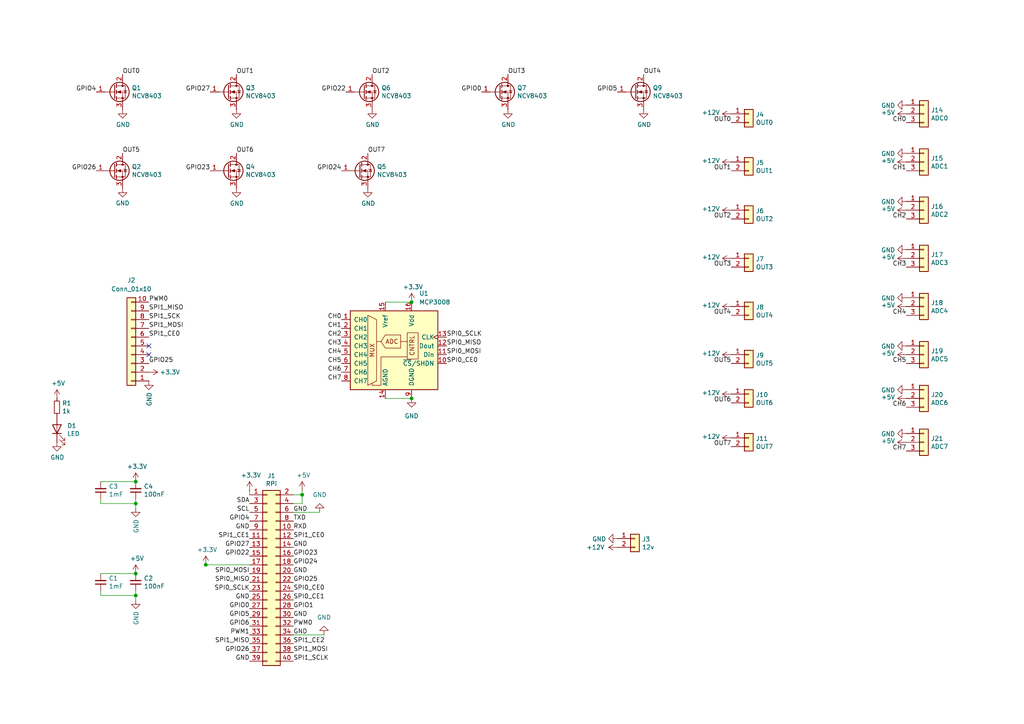
<source format=kicad_sch>
(kicad_sch (version 20231120) (generator "eeschema") (generator_version "8.0")
  (paper "A4")
  (title_block (title "waterpi") (rev "v1") (company "lars@ibp.de"))
  (lib_symbols
    (symbol "Analog_ADC:MCP3008" (pin_names (offset 1.016))
      (property "Reference" "U" (at -5.08 13.335 0))
      (property "Value" "MCP3008" (at -5.08 11.43 0))
      (symbol "MCP3008_0_0"
        (text "ADC" (at -0.635 1.27 0) (effects (font (size 1.27 1.27))))
        (text "CNTRL" (at 5.969 -2.921 900) (effects (font (size 1.27 1.27)) (justify left bottom)))
        (text "MUX" (at -6.35 -1.27 900) (effects (font (size 1.27 1.27))))
      )
      (symbol "MCP3008_0_1"
        (polyline (pts (xy -3.81 1.27) (xy -5.08 1.27)))
        (polyline (pts (xy 1.905 1.27) (xy 3.81 1.27)))
        (polyline (pts (xy -7.62 8.89) (xy -7.62 -11.43) (xy -5.08 -10.16) (xy -5.08 7.62) (xy -7.62 8.89)))
        (polyline (pts (xy 3.81 -3.175) (xy -3.81 -3.175) (xy -3.81 -11.43) (xy -6.35 -11.43) (xy -6.35 -10.795)))
        (polyline (pts (xy 1.905 3.175) (xy 1.905 -0.635) (xy -2.54 -0.635) (xy -3.81 1.27) (xy -2.54 3.175) (xy 1.905 3.175)))
        (rectangle (start 3.81 -3.81) (end 6.985 3.81))
        (rectangle (start 12.7 -12.7) (end -12.7 10.16) (stroke (width 0.254)) (fill (type background)))
      )
      (symbol "MCP3008_1_1"
        (pin input line (at -15.24 7.62 0) (length 2.54) (name "CH0") (number "1"))
        (pin input line (at 15.24 -5.08 180) (length 2.54) (name "~{CS}/SHDN") (number "10"))
        (pin input line (at 15.24 -2.54 180) (length 2.54) (name "Din") (number "11"))
        (pin output line (at 15.24 0 180) (length 2.54) (name "Dout") (number "12"))
        (pin input clock (at 15.24 2.54 180) (length 2.54) (name "CLK") (number "13"))
        (pin power_in line (at -2.54 -15.24 90) (length 2.54) (name "AGND") (number "14"))
        (pin power_in line (at -2.54 12.7 270) (length 2.54) (name "Vref") (number "15"))
        (pin power_in line (at 5.08 12.7 270) (length 2.54) (name "Vdd") (number "16"))
        (pin input line (at -15.24 5.08 0) (length 2.54) (name "CH1") (number "2"))
        (pin input line (at -15.24 2.54 0) (length 2.54) (name "CH2") (number "3"))
        (pin input line (at -15.24 0 0) (length 2.54) (name "CH3") (number "4"))
        (pin input line (at -15.24 -2.54 0) (length 2.54) (name "CH4") (number "5"))
        (pin input line (at -15.24 -5.08 0) (length 2.54) (name "CH5") (number "6"))
        (pin input line (at -15.24 -7.62 0) (length 2.54) (name "CH6") (number "7"))
        (pin input line (at -15.24 -10.16 0) (length 2.54) (name "CH7") (number "8"))
        (pin power_in line (at 5.08 -15.24 90) (length 2.54) (name "DGND") (number "9"))
      )
    )
    (symbol "Connector_Generic:Conn_01x02" (pin_names (offset 1.016) hide)
      (property "Reference" "J" (at 0 2.54 0))
      (property "Value" "Conn_01x02" (at 0 -5.08 0))
      (symbol "Conn_01x02_1_1"
        (rectangle (start -1.27 -2.413) (end 0 -2.667) (stroke (width 0.1524)))
        (rectangle (start -1.27 0.127) (end 0 -0.127) (stroke (width 0.1524)))
        (rectangle (start -1.27 1.27) (end 1.27 -3.81) (stroke (width 0.254)) (fill (type background)))
        (pin passive line (at -5.08 0 0) (length 3.81) (name "Pin_1") (number "1"))
        (pin passive line (at -5.08 -2.54 0) (length 3.81) (name "Pin_2") (number "2"))
      )
    )
    (symbol "Connector_Generic:Conn_01x03" (pin_names (offset 1.016) hide)
      (property "Reference" "J" (at 0 5.08 0))
      (property "Value" "Conn_01x03" (at 0 -5.08 0))
      (symbol "Conn_01x03_1_1"
        (rectangle (start -1.27 -2.413) (end 0 -2.667) (stroke (width 0.1524)))
        (rectangle (start -1.27 0.127) (end 0 -0.127) (stroke (width 0.1524)))
        (rectangle (start -1.27 2.667) (end 0 2.413) (stroke (width 0.1524)))
        (rectangle (start -1.27 3.81) (end 1.27 -3.81) (stroke (width 0.254)) (fill (type background)))
        (pin passive line (at -5.08 2.54 0) (length 3.81) (name "Pin_1") (number "1"))
        (pin passive line (at -5.08 0 0) (length 3.81) (name "Pin_2") (number "2"))
        (pin passive line (at -5.08 -2.54 0) (length 3.81) (name "Pin_3") (number "3"))
      )
    )
    (symbol "Connector_Generic:Conn_01x10" (pin_names (offset 1.016) hide)
      (property "Reference" "J" (at 0 12.7 0))
      (property "Value" "Conn_01x10" (at 0 -15.24 0))
      (symbol "Conn_01x10_1_1"
        (rectangle (start -1.27 -12.573) (end 0 -12.827) (stroke (width 0.1524)))
        (rectangle (start -1.27 -10.033) (end 0 -10.287) (stroke (width 0.1524)))
        (rectangle (start -1.27 -7.493) (end 0 -7.747) (stroke (width 0.1524)))
        (rectangle (start -1.27 -4.953) (end 0 -5.207) (stroke (width 0.1524)))
        (rectangle (start -1.27 -2.413) (end 0 -2.667) (stroke (width 0.1524)))
        (rectangle (start -1.27 0.127) (end 0 -0.127) (stroke (width 0.1524)))
        (rectangle (start -1.27 2.667) (end 0 2.413) (stroke (width 0.1524)))
        (rectangle (start -1.27 5.207) (end 0 4.953) (stroke (width 0.1524)))
        (rectangle (start -1.27 7.747) (end 0 7.493) (stroke (width 0.1524)))
        (rectangle (start -1.27 10.287) (end 0 10.033) (stroke (width 0.1524)))
        (rectangle (start -1.27 11.43) (end 1.27 -13.97) (stroke (width 0.254)) (fill (type background)))
        (pin passive line (at -5.08 10.16 0) (length 3.81) (name "Pin_1") (number "1"))
        (pin passive line (at -5.08 -12.7 0) (length 3.81) (name "Pin_10") (number "10"))
        (pin passive line (at -5.08 7.62 0) (length 3.81) (name "Pin_2") (number "2"))
        (pin passive line (at -5.08 5.08 0) (length 3.81) (name "Pin_3") (number "3"))
        (pin passive line (at -5.08 2.54 0) (length 3.81) (name "Pin_4") (number "4"))
        (pin passive line (at -5.08 0 0) (length 3.81) (name "Pin_5") (number "5"))
        (pin passive line (at -5.08 -2.54 0) (length 3.81) (name "Pin_6") (number "6"))
        (pin passive line (at -5.08 -5.08 0) (length 3.81) (name "Pin_7") (number "7"))
        (pin passive line (at -5.08 -7.62 0) (length 3.81) (name "Pin_8") (number "8"))
        (pin passive line (at -5.08 -10.16 0) (length 3.81) (name "Pin_9") (number "9"))
      )
    )
    (symbol "Connector_Generic:Conn_02x20_Odd_Even" (pin_names (offset 1.016) hide)
      (property "Reference" "J" (at 1.27 25.4 0))
      (property "Value" "Conn_02x20_Odd_Even" (at 1.27 -27.94 0))
      (symbol "Conn_02x20_Odd_Even_1_1"
        (rectangle (start -1.27 -25.273) (end 0 -25.527) (stroke (width 0.1524)))
        (rectangle (start -1.27 -22.733) (end 0 -22.987) (stroke (width 0.1524)))
        (rectangle (start -1.27 -20.193) (end 0 -20.447) (stroke (width 0.1524)))
        (rectangle (start -1.27 -17.653) (end 0 -17.907) (stroke (width 0.1524)))
        (rectangle (start -1.27 -15.113) (end 0 -15.367) (stroke (width 0.1524)))
        (rectangle (start -1.27 -12.573) (end 0 -12.827) (stroke (width 0.1524)))
        (rectangle (start -1.27 -10.033) (end 0 -10.287) (stroke (width 0.1524)))
        (rectangle (start -1.27 -7.493) (end 0 -7.747) (stroke (width 0.1524)))
        (rectangle (start -1.27 -4.953) (end 0 -5.207) (stroke (width 0.1524)))
        (rectangle (start -1.27 -2.413) (end 0 -2.667) (stroke (width 0.1524)))
        (rectangle (start -1.27 0.127) (end 0 -0.127) (stroke (width 0.1524)))
        (rectangle (start -1.27 2.667) (end 0 2.413) (stroke (width 0.1524)))
        (rectangle (start -1.27 5.207) (end 0 4.953) (stroke (width 0.1524)))
        (rectangle (start -1.27 7.747) (end 0 7.493) (stroke (width 0.1524)))
        (rectangle (start -1.27 10.287) (end 0 10.033) (stroke (width 0.1524)))
        (rectangle (start -1.27 12.827) (end 0 12.573) (stroke (width 0.1524)))
        (rectangle (start -1.27 15.367) (end 0 15.113) (stroke (width 0.1524)))
        (rectangle (start -1.27 17.907) (end 0 17.653) (stroke (width 0.1524)))
        (rectangle (start -1.27 20.447) (end 0 20.193) (stroke (width 0.1524)))
        (rectangle (start -1.27 22.987) (end 0 22.733) (stroke (width 0.1524)))
        (rectangle (start -1.27 24.13) (end 3.81 -26.67) (stroke (width 0.254)) (fill (type background)))
        (rectangle (start 3.81 -25.273) (end 2.54 -25.527) (stroke (width 0.1524)))
        (rectangle (start 3.81 -22.733) (end 2.54 -22.987) (stroke (width 0.1524)))
        (rectangle (start 3.81 -20.193) (end 2.54 -20.447) (stroke (width 0.1524)))
        (rectangle (start 3.81 -17.653) (end 2.54 -17.907) (stroke (width 0.1524)))
        (rectangle (start 3.81 -15.113) (end 2.54 -15.367) (stroke (width 0.1524)))
        (rectangle (start 3.81 -12.573) (end 2.54 -12.827) (stroke (width 0.1524)))
        (rectangle (start 3.81 -10.033) (end 2.54 -10.287) (stroke (width 0.1524)))
        (rectangle (start 3.81 -7.493) (end 2.54 -7.747) (stroke (width 0.1524)))
        (rectangle (start 3.81 -4.953) (end 2.54 -5.207) (stroke (width 0.1524)))
        (rectangle (start 3.81 -2.413) (end 2.54 -2.667) (stroke (width 0.1524)))
        (rectangle (start 3.81 0.127) (end 2.54 -0.127) (stroke (width 0.1524)))
        (rectangle (start 3.81 2.667) (end 2.54 2.413) (stroke (width 0.1524)))
        (rectangle (start 3.81 5.207) (end 2.54 4.953) (stroke (width 0.1524)))
        (rectangle (start 3.81 7.747) (end 2.54 7.493) (stroke (width 0.1524)))
        (rectangle (start 3.81 10.287) (end 2.54 10.033) (stroke (width 0.1524)))
        (rectangle (start 3.81 12.827) (end 2.54 12.573) (stroke (width 0.1524)))
        (rectangle (start 3.81 15.367) (end 2.54 15.113) (stroke (width 0.1524)))
        (rectangle (start 3.81 17.907) (end 2.54 17.653) (stroke (width 0.1524)))
        (rectangle (start 3.81 20.447) (end 2.54 20.193) (stroke (width 0.1524)))
        (rectangle (start 3.81 22.987) (end 2.54 22.733) (stroke (width 0.1524)))
        (pin passive line (at -5.08 22.86 0) (length 3.81) (name "Pin_1") (number "1"))
        (pin passive line (at 7.62 12.7 180) (length 3.81) (name "Pin_10") (number "10"))
        (pin passive line (at -5.08 10.16 0) (length 3.81) (name "Pin_11") (number "11"))
        (pin passive line (at 7.62 10.16 180) (length 3.81) (name "Pin_12") (number "12"))
        (pin passive line (at -5.08 7.62 0) (length 3.81) (name "Pin_13") (number "13"))
        (pin passive line (at 7.62 7.62 180) (length 3.81) (name "Pin_14") (number "14"))
        (pin passive line (at -5.08 5.08 0) (length 3.81) (name "Pin_15") (number "15"))
        (pin passive line (at 7.62 5.08 180) (length 3.81) (name "Pin_16") (number "16"))
        (pin passive line (at -5.08 2.54 0) (length 3.81) (name "Pin_17") (number "17"))
        (pin passive line (at 7.62 2.54 180) (length 3.81) (name "Pin_18") (number "18"))
        (pin passive line (at -5.08 0 0) (length 3.81) (name "Pin_19") (number "19"))
        (pin passive line (at 7.62 22.86 180) (length 3.81) (name "Pin_2") (number "2"))
        (pin passive line (at 7.62 0 180) (length 3.81) (name "Pin_20") (number "20"))
        (pin passive line (at -5.08 -2.54 0) (length 3.81) (name "Pin_21") (number "21"))
        (pin passive line (at 7.62 -2.54 180) (length 3.81) (name "Pin_22") (number "22"))
        (pin passive line (at -5.08 -5.08 0) (length 3.81) (name "Pin_23") (number "23"))
        (pin passive line (at 7.62 -5.08 180) (length 3.81) (name "Pin_24") (number "24"))
        (pin passive line (at -5.08 -7.62 0) (length 3.81) (name "Pin_25") (number "25"))
        (pin passive line (at 7.62 -7.62 180) (length 3.81) (name "Pin_26") (number "26"))
        (pin passive line (at -5.08 -10.16 0) (length 3.81) (name "Pin_27") (number "27"))
        (pin passive line (at 7.62 -10.16 180) (length 3.81) (name "Pin_28") (number "28"))
        (pin passive line (at -5.08 -12.7 0) (length 3.81) (name "Pin_29") (number "29"))
        (pin passive line (at -5.08 20.32 0) (length 3.81) (name "Pin_3") (number "3"))
        (pin passive line (at 7.62 -12.7 180) (length 3.81) (name "Pin_30") (number "30"))
        (pin passive line (at -5.08 -15.24 0) (length 3.81) (name "Pin_31") (number "31"))
        (pin passive line (at 7.62 -15.24 180) (length 3.81) (name "Pin_32") (number "32"))
        (pin passive line (at -5.08 -17.78 0) (length 3.81) (name "Pin_33") (number "33"))
        (pin passive line (at 7.62 -17.78 180) (length 3.81) (name "Pin_34") (number "34"))
        (pin passive line (at -5.08 -20.32 0) (length 3.81) (name "Pin_35") (number "35"))
        (pin passive line (at 7.62 -20.32 180) (length 3.81) (name "Pin_36") (number "36"))
        (pin passive line (at -5.08 -22.86 0) (length 3.81) (name "Pin_37") (number "37"))
        (pin passive line (at 7.62 -22.86 180) (length 3.81) (name "Pin_38") (number "38"))
        (pin passive line (at -5.08 -25.4 0) (length 3.81) (name "Pin_39") (number "39"))
        (pin passive line (at 7.62 20.32 180) (length 3.81) (name "Pin_4") (number "4"))
        (pin passive line (at 7.62 -25.4 180) (length 3.81) (name "Pin_40") (number "40"))
        (pin passive line (at -5.08 17.78 0) (length 3.81) (name "Pin_5") (number "5"))
        (pin passive line (at 7.62 17.78 180) (length 3.81) (name "Pin_6") (number "6"))
        (pin passive line (at -5.08 15.24 0) (length 3.81) (name "Pin_7") (number "7"))
        (pin passive line (at 7.62 15.24 180) (length 3.81) (name "Pin_8") (number "8"))
        (pin passive line (at -5.08 12.7 0) (length 3.81) (name "Pin_9") (number "9"))
      )
    )
    (symbol "Device:C_Small" (pin_numbers hide) (pin_names (offset 0.254) hide)
      (property "Reference" "C" (at 0.254 1.778 0))
      (property "Value" "C_Small" (at 0.254 -2.032 0))
      (symbol "C_Small_0_1"
        (polyline (pts (xy -1.524 -0.508) (xy 1.524 -0.508)) (stroke (width 0.3302)))
        (polyline (pts (xy -1.524 0.508) (xy 1.524 0.508)) (stroke (width 0.3048)))
      )
      (symbol "C_Small_1_1"
        (pin passive line (at 0 2.54 270) (length 2.032) (name "~") (number "1"))
        (pin passive line (at 0 -2.54 90) (length 2.032) (name "~") (number "2"))
      )
    )
    (symbol "Device:LED" (pin_numbers hide) (pin_names (offset 1.016) hide)
      (property "Reference" "D" (at 0 2.54 0))
      (property "Value" "LED" (at 0 -2.54 0))
      (symbol "LED_0_1"
        (polyline (pts (xy -1.27 -1.27) (xy -1.27 1.27)) (stroke (width 0.254)))
        (polyline (pts (xy -1.27 0) (xy 1.27 0)))
        (polyline (pts (xy 1.27 -1.27) (xy 1.27 1.27) (xy -1.27 0) (xy 1.27 -1.27)) (stroke (width 0.254)))
        (polyline (pts (xy -3.048 -0.762) (xy -4.572 -2.286) (xy -3.81 -2.286) (xy -4.572 -2.286) (xy -4.572 -1.524)))
        (polyline (pts (xy -1.778 -0.762) (xy -3.302 -2.286) (xy -2.54 -2.286) (xy -3.302 -2.286) (xy -3.302 -1.524)))
      )
      (symbol "LED_1_1"
        (pin passive line (at -3.81 0 0) (length 2.54) (name "K") (number "1"))
        (pin passive line (at 3.81 0 180) (length 2.54) (name "A") (number "2"))
      )
    )
    (symbol "Device:R_Small" (pin_numbers hide) (pin_names (offset 0.254) hide)
      (property "Reference" "R" (at 0.762 0.508 0))
      (property "Value" "R_Small" (at 0.762 -1.016 0))
      (symbol "R_Small_0_1"
        (rectangle (start -0.762 1.778) (end 0.762 -1.778) (stroke (width 0.2032)))
      )
      (symbol "R_Small_1_1"
        (pin passive line (at 0 2.54 270) (length 0.762) (name "~") (number "1"))
        (pin passive line (at 0 -2.54 90) (length 0.762) (name "~") (number "2"))
      )
    )
    (symbol "Transistor_FET:IPD50R3K0CE" (pin_names hide)
      (property "Reference" "Q" (at 5.08 1.905 0))
      (property "Value" "IPD50R3K0CE" (at 5.08 0 0))
      (symbol "IPD50R3K0CE_0_1"
        (polyline (pts (xy 0.254 0) (xy -2.54 0)))
        (polyline (pts (xy 0.254 1.905) (xy 0.254 -1.905)) (stroke (width 0.254)))
        (polyline (pts (xy 0.762 -1.27) (xy 0.762 -2.286)) (stroke (width 0.254)))
        (polyline (pts (xy 0.762 0.508) (xy 0.762 -0.508)) (stroke (width 0.254)))
        (polyline (pts (xy 0.762 2.286) (xy 0.762 1.27)) (stroke (width 0.254)))
        (polyline (pts (xy 2.54 2.54) (xy 2.54 1.778)))
        (polyline (pts (xy 2.54 -2.54) (xy 2.54 0) (xy 0.762 0)))
        (polyline (pts (xy 0.762 -1.778) (xy 3.302 -1.778) (xy 3.302 1.778) (xy 0.762 1.778)))
        (polyline (pts (xy 1.016 0) (xy 2.032 0.381) (xy 2.032 -0.381) (xy 1.016 0)) (fill (type outline)))
        (polyline (pts (xy 2.794 0.508) (xy 2.921 0.381) (xy 3.683 0.381) (xy 3.81 0.254)))
        (polyline (pts (xy 3.302 0.381) (xy 2.921 -0.254) (xy 3.683 -0.254) (xy 3.302 0.381)))
        (circle (center 1.651 0) (radius 2.794) (stroke (width 0.254)))
        (circle (center 2.54 -1.778) (radius 0.254) (fill (type outline)))
        (circle (center 2.54 1.778) (radius 0.254) (fill (type outline)))
      )
      (symbol "IPD50R3K0CE_1_1"
        (pin input line (at -5.08 0 0) (length 2.54) (name "G") (number "1"))
        (pin passive line (at 2.54 5.08 270) (length 2.54) (name "D") (number "2"))
        (pin passive line (at 2.54 -5.08 90) (length 2.54) (name "S") (number "3"))
      )
    )
    (symbol "power:+12V" (power) (pin_numbers hide) (pin_names (offset 0) hide)
      (property "Value" "+12V" (at 0 3.556 0))
      (symbol "+12V_0_1"
        (polyline (pts (xy -0.762 1.27) (xy 0 2.54)))
        (polyline (pts (xy 0 0) (xy 0 2.54)))
        (polyline (pts (xy 0 2.54) (xy 0.762 1.27)))
      )
      (symbol "+12V_1_1"
        (pin power_in line (at 0 0 90) (length 0) (name "~") (number "1"))
      )
    )
    (symbol "power:+3.3V" (power) (pin_numbers hide) (pin_names (offset 0) hide)
      (property "Value" "+3.3V" (at 0 3.556 0))
      (symbol "+3.3V_0_1"
        (polyline (pts (xy -0.762 1.27) (xy 0 2.54)))
        (polyline (pts (xy 0 0) (xy 0 2.54)))
        (polyline (pts (xy 0 2.54) (xy 0.762 1.27)))
      )
      (symbol "+3.3V_1_1"
        (pin power_in line (at 0 0 90) (length 0) (name "~") (number "1"))
      )
    )
    (symbol "power:+5V" (power) (pin_numbers hide) (pin_names (offset 0) hide)
      (property "Value" "+5V" (at 0 3.556 0))
      (symbol "+5V_0_1"
        (polyline (pts (xy -0.762 1.27) (xy 0 2.54)))
        (polyline (pts (xy 0 0) (xy 0 2.54)))
        (polyline (pts (xy 0 2.54) (xy 0.762 1.27)))
      )
      (symbol "+5V_1_1"
        (pin power_in line (at 0 0 90) (length 0) (name "~") (number "1"))
      )
    )
    (symbol "power:GND" (power) (pin_numbers hide) (pin_names (offset 0) hide)
      (property "Value" "GND" (at 0 -3.81 0))
      (symbol "GND_0_1"
        (polyline (pts (xy 0 0) (xy 0 -1.27) (xy 1.27 -1.27) (xy 0 -2.54) (xy -1.27 -1.27) (xy 0 -1.27)))
      )
      (symbol "GND_1_1"
        (pin power_in line (at 0 0 270) (length 0) (name "~") (number "1"))
      )
    )
  )
  (junction (at 119.38 87.63))
  (junction (at 39.37 166.37))
  (junction (at 119.38 115.57))
  (junction (at 39.37 146.05))
  (junction (at 39.37 139.7))
  (junction (at 59.69 163.83))
  (junction (at 87.63 143.51))
  (junction (at 39.37 172.72))
  (no_connect (at 43.18 100.33))
  (no_connect (at 43.18 102.87))
  (wire (pts (xy 39.37 172.72) (xy 39.37 171.45)))
  (wire (pts (xy 29.21 146.05) (xy 39.37 146.05)))
  (wire (pts (xy 85.09 146.05) (xy 87.63 146.05)))
  (wire (pts (xy 87.63 143.51) (xy 87.63 142.24)))
  (wire (pts (xy 29.21 172.72) (xy 29.21 171.45)))
  (wire (pts (xy 39.37 172.72) (xy 39.37 173.99)))
  (wire (pts (xy 87.63 146.05) (xy 87.63 143.51)))
  (wire (pts (xy 111.76 115.57) (xy 119.38 115.57)))
  (wire (pts (xy 29.21 139.7) (xy 39.37 139.7)))
  (wire (pts (xy 39.37 146.05) (xy 39.37 144.78)))
  (wire (pts (xy 85.09 143.51) (xy 87.63 143.51)))
  (wire (pts (xy 59.69 163.83) (xy 59.69 162.56)))
  (wire (pts (xy 85.09 184.15) (xy 93.98 184.15)))
  (wire (pts (xy 85.09 148.59) (xy 92.71 148.59)))
  (wire (pts (xy 111.76 87.63) (xy 119.38 87.63)))
  (wire (pts (xy 72.39 143.51) (xy 72.39 142.24)))
  (wire (pts (xy 29.21 166.37) (xy 39.37 166.37)))
  (wire (pts (xy 29.21 146.05) (xy 29.21 144.78)))
  (wire (pts (xy 72.39 163.83) (xy 59.69 163.83)))
  (wire (pts (xy 39.37 146.05) (xy 39.37 147.32)))
  (wire (pts (xy 29.21 172.72) (xy 39.37 172.72)))
  (label "CH0" (at 99.06 92.71 180))
  (label "SPI0_CE0" (at 129.54 105.41 0))
  (label "SPI0_MOSI" (at 129.54 102.87 0))
  (label "OUT3" (at 147.32 21.59 0))
  (label "GPIO23" (at 85.09 161.29 0))
  (label "OUT5" (at 35.56 44.45 0))
  (label "CH7" (at 99.06 110.49 180))
  (label "CH0" (at 262.89 35.56 180))
  (label "PWM1" (at 72.39 184.15 180))
  (label "GND" (at 72.39 173.99 180))
  (label "GPIO25" (at 85.09 168.91 0))
  (label "OUT7" (at 106.68 44.45 0))
  (label "GPIO26" (at 72.39 189.23 180))
  (label "GPIO0" (at 72.39 176.53 180))
  (label "OUT5" (at 212.09 105.41 180))
  (label "GPIO27" (at 60.96 26.67 180))
  (label "GPIO5" (at 179.07 26.67 180))
  (label "SDA" (at 72.39 146.05 180))
  (label "CH1" (at 99.06 95.25 180))
  (label "CH7" (at 262.89 130.81 180))
  (label "OUT7" (at 212.09 129.54 180))
  (label "GPIO27" (at 72.39 158.75 180))
  (label "SPI1_MISO" (at 72.39 186.69 180))
  (label "SPI0_MISO" (at 72.39 168.91 180))
  (label "CH4" (at 99.06 102.87 180))
  (label "OUT4" (at 186.69 21.59 0))
  (label "OUT2" (at 212.09 63.5 180))
  (label "SPI0_CE1" (at 85.09 173.99 0))
  (label "OUT0" (at 212.09 35.56 180))
  (label "GPIO1" (at 85.09 176.53 0))
  (label "CH1" (at 262.89 49.53 180))
  (label "SPI1_CE0" (at 43.18 97.79 0))
  (label "GPIO25" (at 43.18 105.41 0))
  (label "GPIO22" (at 72.39 161.29 180))
  (label "GPIO5" (at 72.39 179.07 180))
  (label "CH3" (at 262.89 77.47 180))
  (label "GPIO22" (at 100.33 26.67 180))
  (label "PWM0" (at 85.09 181.61 0))
  (label "CH2" (at 99.06 97.79 180))
  (label "CH6" (at 262.89 118.11 180))
  (label "GND" (at 85.09 184.15 0))
  (label "OUT3" (at 212.09 77.47 180))
  (label "SPI1_CE0" (at 85.09 156.21 0))
  (label "SPI1_MOSI" (at 85.09 189.23 0))
  (label "SPI1_SCK" (at 43.18 92.71 0))
  (label "SPI1_MISO" (at 43.18 90.17 0))
  (label "OUT6" (at 68.58 44.45 0))
  (label "GPIO4" (at 27.94 26.67 180))
  (label "OUT1" (at 212.09 49.53 180))
  (label "TXD" (at 85.09 151.13 0))
  (label "OUT4" (at 212.09 91.44 180))
  (label "GPIO26" (at 27.94 49.53 180))
  (label "GPIO0" (at 139.7 26.67 180))
  (label "GND" (at 72.39 191.77 180))
  (label "CH2" (at 262.89 63.5 180))
  (label "OUT1" (at 68.58 21.59 0))
  (label "GND" (at 85.09 179.07 0))
  (label "CH4" (at 262.89 91.44 180))
  (label "OUT2" (at 107.95 21.59 0))
  (label "RXD" (at 85.09 153.67 0))
  (label "SPI1_CE2" (at 85.09 186.69 0))
  (label "OUT6" (at 212.09 116.84 180))
  (label "CH6" (at 99.06 107.95 180))
  (label "PWM0" (at 43.18 87.63 0))
  (label "SPI1_MOSI" (at 43.18 95.25 0))
  (label "SPI1_SCLK" (at 85.09 191.77 0))
  (label "SPI0_MOSI" (at 72.39 166.37 180))
  (label "GPIO4" (at 72.39 151.13 180))
  (label "SPI0_SCLK" (at 72.39 171.45 180))
  (label "GPIO23" (at 60.96 49.53 180))
  (label "GND" (at 85.09 166.37 0))
  (label "SPI0_MISO" (at 129.54 100.33 0))
  (label "CH5" (at 262.89 105.41 180))
  (label "SPI0_CE0" (at 85.09 171.45 0))
  (label "SPI1_CE1" (at 72.39 156.21 180))
  (label "GPIO6" (at 72.39 181.61 180))
  (label "GND" (at 72.39 153.67 180))
  (label "SCL" (at 72.39 148.59 180))
  (label "GND" (at 85.09 148.59 0))
  (label "CH3" (at 99.06 100.33 180))
  (label "GND" (at 85.09 158.75 0))
  (label "OUT0" (at 35.56 21.59 0))
  (label "CH5" (at 99.06 105.41 180))
  (label "GPIO24" (at 99.06 49.53 180))
  (label "SPI0_SCLK" (at 129.54 97.79 0))
  (label "GPIO24" (at 85.09 163.83 0))
  (symbol (lib_id "Device:LED") (at 16.51 124.46 90) (unit 1)
    (property "Reference" "D1" (at 19.4818 123.4948 90) (effects (justify right)))
    (property "Value" "LED" (at 19.4818 125.8062 90) (effects (justify right)))
    (property "Footprint" "LED_SMD:LED_0603_1608Metric_Pad1.05x0.95mm_HandSolder" (effects (hide yes)))
  )
  (symbol (lib_id "power:GND") (at 16.51 128.27 0) (unit 1)
    (property "Reference" "#PWR02" (effects (hide yes)))
    (property "Value" "GND" (at 16.637 132.6642 0))
  )
  (symbol (lib_id "Device:R_Small") (at 16.51 118.11 0) (unit 1)
    (property "Reference" "R1" (at 18.0086 116.9416 0) (effects (justify left)))
    (property "Value" "1k" (at 18.0086 119.253 0) (effects (justify left)))
    (property "Footprint" "Resistor_SMD:R_0603_1608Metric_Pad1.05x0.95mm_HandSolder" (effects (hide yes)))
  )
  (symbol (lib_id "power:GND") (at 68.58 31.75 0) (unit 1)
    (property "Reference" "#PWR08" (effects (hide yes)))
    (property "Value" "GND" (at 68.707 36.1442 0))
  )
  (symbol (lib_id "power:GND") (at 35.56 54.61 0) (unit 1)
    (property "Reference" "#PWR04" (effects (hide yes)))
    (property "Value" "GND" (at 35.56 58.928 0))
  )
  (symbol (lib_id "power:GND") (at 35.56 31.75 0) (unit 1)
    (property "Reference" "#PWR03" (effects (hide yes)))
    (property "Value" "GND" (at 35.687 36.1442 0))
  )
  (symbol (lib_id "power:GND") (at 107.95 31.75 0) (unit 1)
    (property "Reference" "#PWR015" (effects (hide yes)))
    (property "Value" "GND" (at 108.077 36.1442 0))
  )
  (symbol (lib_id "power:GND") (at 147.32 31.75 0) (unit 1)
    (property "Reference" "#PWR018" (effects (hide yes)))
    (property "Value" "GND" (at 147.447 36.1442 0))
  )
  (symbol (lib_id "power:GND") (at 186.69 31.75 0) (unit 1)
    (property "Reference" "#PWR023" (effects (hide yes)))
    (property "Value" "GND" (at 186.817 36.1442 0))
  )
  (symbol (lib_id "power:+12V") (at 212.09 102.87 90) (unit 1)
    (property "Reference" "#PWR030" (effects (hide yes)))
    (property "Value" "+12V" (at 208.8388 102.489 90) (effects (justify left)))
  )
  (symbol (lib_id "Connector_Generic:Conn_01x02") (at 217.17 74.93 0) (unit 1)
    (property "Reference" "J7" (at 219.202 75.1332 0) (effects (justify left)))
    (property "Value" "OUT3" (at 219.202 77.4446 0) (effects (justify left)))
    (property "Footprint" "Connector_PinSocket_2.54mm:PinSocket_1x02_P2.54mm_Vertical" (effects (hide yes)))
  )
  (symbol (lib_id "Connector_Generic:Conn_01x02") (at 217.17 88.9 0) (unit 1)
    (property "Reference" "J8" (at 219.202 89.1032 0) (effects (justify left)))
    (property "Value" "OUT4" (at 219.202 91.4146 0) (effects (justify left)))
    (property "Footprint" "Connector_PinSocket_2.54mm:PinSocket_1x02_P2.54mm_Vertical" (effects (hide yes)))
  )
  (symbol (lib_id "Connector_Generic:Conn_01x02") (at 217.17 60.96 0) (unit 1)
    (property "Reference" "J6" (at 219.202 61.1632 0) (effects (justify left)))
    (property "Value" "OUT2" (at 219.202 63.4746 0) (effects (justify left)))
    (property "Footprint" "Connector_PinSocket_2.54mm:PinSocket_1x02_P2.54mm_Vertical" (effects (hide yes)))
  )
  (symbol (lib_id "Connector_Generic:Conn_01x02") (at 217.17 46.99 0) (unit 1)
    (property "Reference" "J5" (at 219.202 47.1932 0) (effects (justify left)))
    (property "Value" "OUT1" (at 219.202 49.5046 0) (effects (justify left)))
    (property "Footprint" "Connector_PinSocket_2.54mm:PinSocket_1x02_P2.54mm_Vertical" (effects (hide yes)))
  )
  (symbol (lib_id "Connector_Generic:Conn_01x02") (at 217.17 33.02 0) (unit 1)
    (property "Reference" "J4" (at 219.202 33.2232 0) (effects (justify left)))
    (property "Value" "OUT0" (at 219.202 35.5346 0) (effects (justify left)))
    (property "Footprint" "Connector_PinSocket_2.54mm:PinSocket_1x02_P2.54mm_Vertical" (effects (hide yes)))
  )
  (symbol (lib_id "power:+12V") (at 212.09 88.9 90) (unit 1)
    (property "Reference" "#PWR029" (effects (hide yes)))
    (property "Value" "+12V" (at 208.8388 88.519 90) (effects (justify left)))
  )
  (symbol (lib_id "power:+12V") (at 212.09 74.93 90) (unit 1)
    (property "Reference" "#PWR028" (effects (hide yes)))
    (property "Value" "+12V" (at 208.8388 74.549 90) (effects (justify left)))
  )
  (symbol (lib_id "power:+12V") (at 212.09 60.96 90) (unit 1)
    (property "Reference" "#PWR027" (effects (hide yes)))
    (property "Value" "+12V" (at 208.8388 60.579 90) (effects (justify left)))
  )
  (symbol (lib_id "power:+12V") (at 212.09 46.99 90) (unit 1)
    (property "Reference" "#PWR026" (effects (hide yes)))
    (property "Value" "+12V" (at 208.8388 46.609 90) (effects (justify left)))
  )
  (symbol (lib_id "power:+12V") (at 212.09 33.02 90) (unit 1)
    (property "Reference" "#PWR025" (effects (hide yes)))
    (property "Value" "+12V" (at 208.8388 32.639 90) (effects (justify left)))
  )
  (symbol (lib_id "Connector_Generic:Conn_01x02") (at 217.17 102.87 0) (unit 1)
    (property "Reference" "J9" (at 219.202 103.0732 0) (effects (justify left)))
    (property "Value" "OUT5" (at 219.202 105.3846 0) (effects (justify left)))
    (property "Footprint" "Connector_PinSocket_2.54mm:PinSocket_1x02_P2.54mm_Vertical" (effects (hide yes)))
  )
  (symbol (lib_id "power:GND") (at 68.58 54.61 0) (unit 1)
    (property "Reference" "#PWR09" (effects (hide yes)))
    (property "Value" "GND" (at 68.707 59.0042 0))
  )
  (symbol (lib_id "power:GND") (at 106.68 54.61 0) (unit 1)
    (property "Reference" "#PWR014" (effects (hide yes)))
    (property "Value" "GND" (at 106.807 59.0042 0))
  )
  (symbol (lib_id "Connector_Generic:Conn_01x02") (at 217.17 114.3 0) (unit 1)
    (property "Reference" "J10" (at 219.202 114.5032 0) (effects (justify left)))
    (property "Value" "OUT6" (at 219.202 116.8146 0) (effects (justify left)))
    (property "Footprint" "Connector_PinSocket_2.54mm:PinSocket_1x02_P2.54mm_Vertical" (effects (hide yes)))
  )
  (symbol (lib_id "power:+12V") (at 212.09 114.3 90) (unit 1)
    (property "Reference" "#PWR031" (effects (hide yes)))
    (property "Value" "+12V" (at 208.8388 113.919 90) (effects (justify left)))
  )
  (symbol (lib_id "Connector_Generic:Conn_02x20_Odd_Even") (at 77.47 166.37 0) (unit 1)
    (property "Reference" "J1" (at 78.74 137.9982 0))
    (property "Value" "RPi" (at 78.74 140.3096 0))
    (property "Footprint" "Connector_PinSocket_2.54mm:PinSocket_2x20_P2.54mm_Vertical" (effects (hide yes)))
  )
  (symbol (lib_id "power:GND") (at 262.89 44.45 270) (unit 1)
    (property "Reference" "#PWR037" (effects (hide yes)))
    (property "Value" "GND" (at 259.6388 44.577 90) (effects (justify right)))
  )
  (symbol (lib_id "power:GND") (at 262.89 58.42 270) (unit 1)
    (property "Reference" "#PWR039" (effects (hide yes)))
    (property "Value" "GND" (at 259.6388 58.547 90) (effects (justify right)))
  )
  (symbol (lib_id "power:GND") (at 262.89 72.39 270) (unit 1)
    (property "Reference" "#PWR041" (effects (hide yes)))
    (property "Value" "GND" (at 259.6388 72.517 90) (effects (justify right)))
  )
  (symbol (lib_id "power:GND") (at 262.89 86.36 270) (unit 1)
    (property "Reference" "#PWR043" (effects (hide yes)))
    (property "Value" "GND" (at 259.6388 86.487 90) (effects (justify right)))
  )
  (symbol (lib_id "Device:C_Small") (at 39.37 168.91 180) (unit 1)
    (property "Reference" "C2" (at 41.7068 167.7416 0) (effects (justify right)))
    (property "Value" "100nF" (at 41.7068 170.053 0) (effects (justify right)))
    (property "Footprint" "Capacitor_SMD:C_0603_1608Metric_Pad1.08x0.95mm_HandSolder" (effects (hide yes)))
  )
  (symbol (lib_id "power:GND") (at 39.37 173.99 0) (unit 1)
    (property "Reference" "#PWR06" (effects (hide yes)))
    (property "Value" "GND" (at 39.497 177.2412 90) (effects (justify right)))
  )
  (symbol (lib_id "Device:C_Small") (at 29.21 168.91 180) (unit 1)
    (property "Reference" "C1" (at 31.5468 167.7416 0) (effects (justify right)))
    (property "Value" "1mF" (at 31.5468 170.053 0) (effects (justify right)))
    (property "Footprint" "Capacitor_THT:C_Rect_L4.0mm_W2.5mm_P2.50mm" (effects (hide yes)))
  )
  (symbol (lib_id "power:GND") (at 262.89 30.48 270) (unit 1)
    (property "Reference" "#PWR035" (effects (hide yes)))
    (property "Value" "GND" (at 259.6388 30.607 90) (effects (justify right)))
  )
  (symbol (lib_id "Connector_Generic:Conn_01x03") (at 267.97 33.02 0) (unit 1)
    (property "Reference" "J14" (at 270.002 31.9532 0) (effects (justify left)))
    (property "Value" "ADC0" (at 270.002 34.2646 0) (effects (justify left)))
    (property "Footprint" "Connector_PinHeader_2.54mm:PinHeader_1x03_P2.54mm_Vertical" (effects (hide yes)))
  )
  (symbol (lib_id "Connector_Generic:Conn_01x03") (at 267.97 46.99 0) (unit 1)
    (property "Reference" "J15" (at 270.002 45.9232 0) (effects (justify left)))
    (property "Value" "ADC1" (at 270.002 48.2346 0) (effects (justify left)))
    (property "Footprint" "Connector_PinHeader_2.54mm:PinHeader_1x03_P2.54mm_Vertical" (effects (hide yes)))
  )
  (symbol (lib_id "Connector_Generic:Conn_01x03") (at 267.97 60.96 0) (unit 1)
    (property "Reference" "J16" (at 270.002 59.8932 0) (effects (justify left)))
    (property "Value" "ADC2" (at 270.002 62.2046 0) (effects (justify left)))
    (property "Footprint" "Connector_PinHeader_2.54mm:PinHeader_1x03_P2.54mm_Vertical" (effects (hide yes)))
  )
  (symbol (lib_id "Connector_Generic:Conn_01x03") (at 267.97 74.93 0) (unit 1)
    (property "Reference" "J17" (at 270.002 73.8632 0) (effects (justify left)))
    (property "Value" "ADC3" (at 270.002 76.1746 0) (effects (justify left)))
    (property "Footprint" "Connector_PinHeader_2.54mm:PinHeader_1x03_P2.54mm_Vertical" (effects (hide yes)))
  )
  (symbol (lib_id "Connector_Generic:Conn_01x03") (at 267.97 88.9 0) (unit 1)
    (property "Reference" "J18" (at 270.002 87.8332 0) (effects (justify left)))
    (property "Value" "ADC4" (at 270.002 90.1446 0) (effects (justify left)))
    (property "Footprint" "Connector_PinHeader_2.54mm:PinHeader_1x03_P2.54mm_Vertical" (effects (hide yes)))
  )
  (symbol (lib_id "Connector_Generic:Conn_01x03") (at 267.97 102.87 0) (unit 1)
    (property "Reference" "J19" (at 270.002 101.8032 0) (effects (justify left)))
    (property "Value" "ADC5" (at 270.002 104.1146 0) (effects (justify left)))
    (property "Footprint" "Connector_PinHeader_2.54mm:PinHeader_1x03_P2.54mm_Vertical" (effects (hide yes)))
  )
  (symbol (lib_id "power:GND") (at 262.89 100.33 270) (unit 1)
    (property "Reference" "#PWR045" (effects (hide yes)))
    (property "Value" "GND" (at 259.6388 100.457 90) (effects (justify right)))
  )
  (symbol (lib_id "Connector_Generic:Conn_01x03") (at 267.97 115.57 0) (unit 1)
    (property "Reference" "J20" (at 270.002 114.5032 0) (effects (justify left)))
    (property "Value" "ADC6" (at 270.002 116.8146 0) (effects (justify left)))
    (property "Footprint" "Connector_PinHeader_2.54mm:PinHeader_1x03_P2.54mm_Vertical" (effects (hide yes)))
  )
  (symbol (lib_id "power:GND") (at 262.89 113.03 270) (unit 1)
    (property "Reference" "#PWR047" (effects (hide yes)))
    (property "Value" "GND" (at 259.6388 113.157 90) (effects (justify right)))
  )
  (symbol (lib_id "Connector_Generic:Conn_01x02") (at 217.17 127 0) (unit 1)
    (property "Reference" "J11" (at 219.202 127.2032 0) (effects (justify left)))
    (property "Value" "OUT7" (at 219.202 129.5146 0) (effects (justify left)))
    (property "Footprint" "Connector_PinSocket_2.54mm:PinSocket_1x02_P2.54mm_Vertical" (effects (hide yes)))
  )
  (symbol (lib_id "power:+12V") (at 212.09 127 90) (unit 1)
    (property "Reference" "#PWR032" (effects (hide yes)))
    (property "Value" "+12V" (at 208.8388 126.619 90) (effects (justify left)))
  )
  (symbol (lib_id "Connector_Generic:Conn_01x02") (at 184.15 156.21 0) (unit 1)
    (property "Reference" "J3" (at 186.182 156.4132 0) (effects (justify left)))
    (property "Value" "12v" (at 186.182 158.7246 0) (effects (justify left)))
    (property "Footprint" "Connector_PinSocket_2.54mm:PinSocket_1x02_P2.54mm_Vertical" (effects (hide yes)))
  )
  (symbol (lib_id "power:+12V") (at 179.07 158.75 90) (unit 1)
    (property "Reference" "#PWR022" (effects (hide yes)))
    (property "Value" "+12V" (at 172.72 158.75 90))
  )
  (symbol (lib_id "power:GND") (at 179.07 156.21 270) (unit 1)
    (property "Reference" "#PWR021" (effects (hide yes)))
    (property "Value" "GND" (at 175.8188 156.337 90) (effects (justify right)))
  )
  (symbol (lib_id "power:+5V") (at 87.63 142.24 0) (unit 1)
    (property "Reference" "#PWR011" (effects (hide yes)))
    (property "Value" "+5V" (at 88.011 137.8458 0))
  )
  (symbol (lib_id "power:+3.3V") (at 72.39 142.24 0) (unit 1)
    (property "Reference" "#PWR010" (effects (hide yes)))
    (property "Value" "+3.3V" (at 72.771 137.8458 0))
  )
  (symbol (lib_id "power:+5V") (at 16.51 115.57 0) (unit 1)
    (property "Reference" "#PWR01" (effects (hide yes)))
    (property "Value" "+5V" (at 16.891 111.1758 0))
  )
  (symbol (lib_id "power:+5V") (at 39.37 166.37 0) (unit 1)
    (property "Reference" "#PWR05" (effects (hide yes)))
    (property "Value" "+5V" (at 39.751 161.9758 0))
  )
  (symbol (lib_id "power:+5V") (at 262.89 33.02 90) (unit 1)
    (property "Reference" "#PWR036" (effects (hide yes)))
    (property "Value" "+5V" (at 259.6388 32.639 90) (effects (justify left)))
  )
  (symbol (lib_id "power:+5V") (at 262.89 46.99 90) (unit 1)
    (property "Reference" "#PWR038" (effects (hide yes)))
    (property "Value" "+5V" (at 259.6388 46.609 90) (effects (justify left)))
  )
  (symbol (lib_id "power:+5V") (at 262.89 60.96 90) (unit 1)
    (property "Reference" "#PWR040" (effects (hide yes)))
    (property "Value" "+5V" (at 259.6388 60.579 90) (effects (justify left)))
  )
  (symbol (lib_id "power:+5V") (at 262.89 74.93 90) (unit 1)
    (property "Reference" "#PWR042" (effects (hide yes)))
    (property "Value" "+5V" (at 259.6388 74.549 90) (effects (justify left)))
  )
  (symbol (lib_id "power:+5V") (at 262.89 88.9 90) (unit 1)
    (property "Reference" "#PWR044" (effects (hide yes)))
    (property "Value" "+5V" (at 259.6388 88.519 90) (effects (justify left)))
  )
  (symbol (lib_id "power:+5V") (at 262.89 102.87 90) (unit 1)
    (property "Reference" "#PWR046" (effects (hide yes)))
    (property "Value" "+5V" (at 259.6388 102.489 90) (effects (justify left)))
  )
  (symbol (lib_id "power:+5V") (at 262.89 115.57 90) (unit 1)
    (property "Reference" "#PWR048" (effects (hide yes)))
    (property "Value" "+5V" (at 259.6388 115.189 90) (effects (justify left)))
  )
  (symbol (lib_id "Transistor_FET:IPD50R3K0CE") (at 33.02 26.67 0) (unit 1)
    (property "Reference" "Q1" (at 38.2016 25.5016 0) (effects (justify left)))
    (property "Value" "NCV8403" (at 38.2016 27.813 0) (effects (justify left)))
    (property "Footprint" "Package_TO_SOT_SMD:TO-252-2" (effects (hide yes)))
    (property "Datasheet" "https://www.infineon.com/dgdl/IPx50R3K0CE_2_0.pdf?folderId=db3a3043163797a6011637d4bae7003b&fileId=db3a304339dcf4b10139e7e9ff592ce4" (effects (hide yes)))
  )
  (symbol (lib_id "Transistor_FET:IPD50R3K0CE") (at 66.04 26.67 0) (unit 1)
    (property "Reference" "Q3" (at 71.2216 25.5016 0) (effects (justify left)))
    (property "Value" "NCV8403" (at 71.2216 27.813 0) (effects (justify left)))
    (property "Footprint" "Package_TO_SOT_SMD:TO-252-2" (effects (hide yes)))
    (property "Datasheet" "https://www.infineon.com/dgdl/IPx50R3K0CE_2_0.pdf?folderId=db3a3043163797a6011637d4bae7003b&fileId=db3a304339dcf4b10139e7e9ff592ce4" (effects (hide yes)))
  )
  (symbol (lib_id "Transistor_FET:IPD50R3K0CE") (at 105.41 26.67 0) (unit 1)
    (property "Reference" "Q6" (at 110.5916 25.5016 0) (effects (justify left)))
    (property "Value" "NCV8403" (at 110.5916 27.813 0) (effects (justify left)))
    (property "Footprint" "Package_TO_SOT_SMD:TO-252-2" (effects (hide yes)))
    (property "Datasheet" "https://www.infineon.com/dgdl/IPx50R3K0CE_2_0.pdf?folderId=db3a3043163797a6011637d4bae7003b&fileId=db3a304339dcf4b10139e7e9ff592ce4" (effects (hide yes)))
  )
  (symbol (lib_id "Transistor_FET:IPD50R3K0CE") (at 144.78 26.67 0) (unit 1)
    (property "Reference" "Q7" (at 149.9616 25.5016 0) (effects (justify left)))
    (property "Value" "NCV8403" (at 149.9616 27.813 0) (effects (justify left)))
    (property "Footprint" "Package_TO_SOT_SMD:TO-252-2" (effects (hide yes)))
    (property "Datasheet" "https://www.infineon.com/dgdl/IPx50R3K0CE_2_0.pdf?folderId=db3a3043163797a6011637d4bae7003b&fileId=db3a304339dcf4b10139e7e9ff592ce4" (effects (hide yes)))
  )
  (symbol (lib_id "Transistor_FET:IPD50R3K0CE") (at 184.15 26.67 0) (unit 1)
    (property "Reference" "Q9" (at 189.3316 25.5016 0) (effects (justify left)))
    (property "Value" "NCV8403" (at 189.3316 27.813 0) (effects (justify left)))
    (property "Footprint" "Package_TO_SOT_SMD:TO-252-2" (effects (hide yes)))
    (property "Datasheet" "https://www.infineon.com/dgdl/IPx50R3K0CE_2_0.pdf?folderId=db3a3043163797a6011637d4bae7003b&fileId=db3a304339dcf4b10139e7e9ff592ce4" (effects (hide yes)))
  )
  (symbol (lib_id "Transistor_FET:IPD50R3K0CE") (at 66.04 49.53 0) (unit 1)
    (property "Reference" "Q4" (at 71.2216 48.3616 0) (effects (justify left)))
    (property "Value" "NCV8403" (at 71.2216 50.673 0) (effects (justify left)))
    (property "Footprint" "Package_TO_SOT_SMD:TO-252-2" (effects (hide yes)))
    (property "Datasheet" "https://www.infineon.com/dgdl/IPx50R3K0CE_2_0.pdf?folderId=db3a3043163797a6011637d4bae7003b&fileId=db3a304339dcf4b10139e7e9ff592ce4" (effects (hide yes)))
  )
  (symbol (lib_id "Transistor_FET:IPD50R3K0CE") (at 33.02 49.53 0) (unit 1)
    (property "Reference" "Q2" (at 38.2016 48.3616 0) (effects (justify left)))
    (property "Value" "NCV8403" (at 38.2016 50.673 0) (effects (justify left)))
    (property "Footprint" "Package_TO_SOT_SMD:TO-252-2" (effects (hide yes)))
    (property "Datasheet" "https://www.infineon.com/dgdl/IPx50R3K0CE_2_0.pdf?folderId=db3a3043163797a6011637d4bae7003b&fileId=db3a304339dcf4b10139e7e9ff592ce4" (effects (hide yes)))
  )
  (symbol (lib_id "Transistor_FET:IPD50R3K0CE") (at 104.14 49.53 0) (unit 1)
    (property "Reference" "Q5" (at 109.3216 48.3616 0) (effects (justify left)))
    (property "Value" "NCV8403" (at 109.3216 50.673 0) (effects (justify left)))
    (property "Footprint" "Package_TO_SOT_SMD:TO-252-2" (effects (hide yes)))
    (property "Datasheet" "https://www.infineon.com/dgdl/IPx50R3K0CE_2_0.pdf?folderId=db3a3043163797a6011637d4bae7003b&fileId=db3a304339dcf4b10139e7e9ff592ce4" (effects (hide yes)))
  )
  (symbol (lib_id "Connector_Generic:Conn_01x03") (at 267.97 128.27 0) (unit 1)
    (property "Reference" "J21" (at 270.002 127.2032 0) (effects (justify left)))
    (property "Value" "ADC7" (at 270.002 129.5146 0) (effects (justify left)))
    (property "Footprint" "Connector_PinHeader_2.54mm:PinHeader_1x03_P2.54mm_Vertical" (effects (hide yes)))
  )
  (symbol (lib_id "power:GND") (at 39.37 147.32 0) (unit 1)
    (property "Reference" "#PWR020" (effects (hide yes)))
    (property "Value" "GND" (at 39.497 150.5712 90) (effects (justify right)))
  )
  (symbol (lib_id "power:+3.3V") (at 119.38 87.63 0) (unit 1)
    (property "Reference" "#PWR016" (effects (hide yes)))
    (property "Value" "+3.3V" (at 119.761 83.2358 0))
  )
  (symbol (lib_id "Analog_ADC:MCP3008") (at 114.3 100.33 0) (unit 1)
    (property "Reference" "U1" (at 121.5741 85.09 0) (effects (justify left)))
    (property "Value" "MCP3008" (at 121.5741 87.63 0) (effects (justify left)))
    (property "Footprint" "Package_SO:SO-16_3.9x9.9mm_P1.27mm" (effects (hide yes)))
    (property "Datasheet" "http://ww1.microchip.com/downloads/en/DeviceDoc/21295d.pdf" (effects (hide yes)))
    (property "Description" "A/D Converter, 10-Bit, 8-Channel, SPI Interface , 2.7V-5.5V" (effects (hide yes)))
  )
  (symbol (lib_id "power:GND") (at 92.71 148.59 180) (unit 1)
    (property "Reference" "#PWR012" (effects (hide yes)))
    (property "Value" "GND" (at 92.71 143.51 0))
    (property "Description" "Power symbol creates a global label with name \"GND\" , ground" (effects (hide yes)))
  )
  (symbol (lib_id "power:GND") (at 93.98 184.15 180) (unit 1)
    (property "Reference" "#PWR013" (effects (hide yes)))
    (property "Value" "GND" (at 93.98 179.07 0))
    (property "Description" "Power symbol creates a global label with name \"GND\" , ground" (effects (hide yes)))
  )
  (symbol (lib_id "Device:C_Small") (at 29.21 142.24 180) (unit 1)
    (property "Reference" "C3" (at 31.5468 141.0716 0) (effects (justify right)))
    (property "Value" "1mF" (at 31.5468 143.383 0) (effects (justify right)))
    (property "Footprint" "Capacitor_THT:C_Rect_L4.0mm_W2.5mm_P2.50mm" (effects (hide yes)))
  )
  (symbol (lib_id "power:+3.3V") (at 59.69 163.83 0) (unit 1)
    (property "Reference" "#PWR07" (effects (hide yes)))
    (property "Value" "+3.3V" (at 60.071 159.4358 0))
  )
  (symbol (lib_id "power:+3.3V") (at 43.18 107.95 270) (unit 1)
    (property "Reference" "#PWR024" (effects (hide yes)))
    (property "Value" "+3.3V" (at 49.276 107.95 90))
  )
  (symbol (lib_id "power:GND") (at 43.18 110.49 0) (unit 1)
    (property "Reference" "#PWR033" (effects (hide yes)))
    (property "Value" "GND" (at 43.307 113.7412 90) (effects (justify right)))
  )
  (symbol (lib_id "power:GND") (at 262.89 125.73 270) (unit 1)
    (property "Reference" "#PWR049" (effects (hide yes)))
    (property "Value" "GND" (at 259.6388 125.857 90) (effects (justify right)))
  )
  (symbol (lib_id "power:GND") (at 119.38 115.57 0) (unit 1)
    (property "Reference" "#PWR017" (effects (hide yes)))
    (property "Value" "GND" (at 119.38 120.65 0))
    (property "Description" "Power symbol creates a global label with name \"GND\" , ground" (effects (hide yes)))
  )
  (symbol (lib_id "Device:C_Small") (at 39.37 142.24 180) (unit 1)
    (property "Reference" "C4" (at 41.7068 141.0716 0) (effects (justify right)))
    (property "Value" "100nF" (at 41.7068 143.383 0) (effects (justify right)))
    (property "Footprint" "Capacitor_SMD:C_0603_1608Metric_Pad1.08x0.95mm_HandSolder" (effects (hide yes)))
  )
  (symbol (lib_id "Connector_Generic:Conn_01x10") (at 38.1 100.33 180) (unit 1)
    (property "Reference" "J2" (at 38.1 81.28 0))
    (property "Value" "Conn_01x10" (at 38.1 83.82 0))
    (property "Footprint" "Connector_PinSocket_2.54mm:PinSocket_1x10_P2.54mm_Vertical" (effects (hide yes)))
    (property "Description" "Generic connector, single row, 01x10, script generated (kicad-library-utils/schlib/autogen/connector/)" (effects (hide yes)))
  )
  (symbol (lib_id "power:+5V") (at 262.89 128.27 90) (unit 1)
    (property "Reference" "#PWR050" (effects (hide yes)))
    (property "Value" "+5V" (at 259.6388 127.889 90) (effects (justify left)))
  )
  (symbol (lib_id "power:+3.3V") (at 39.37 139.7 0) (unit 1)
    (property "Reference" "#PWR019" (effects (hide yes)))
    (property "Value" "+3.3V" (at 39.751 135.3058 0))
  )
)
</source>
